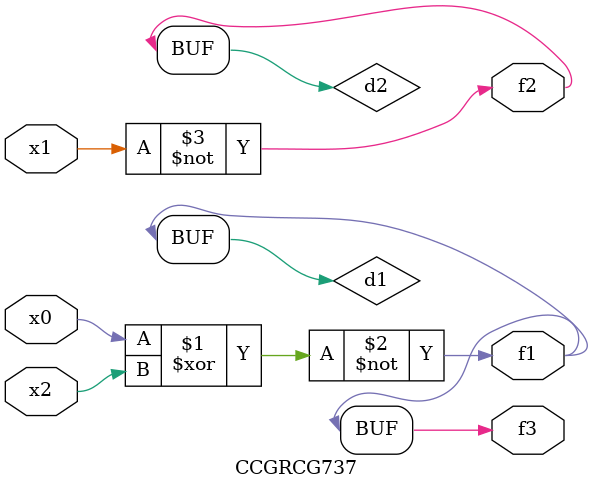
<source format=v>
module CCGRCG737(
	input x0, x1, x2,
	output f1, f2, f3
);

	wire d1, d2, d3;

	xnor (d1, x0, x2);
	nand (d2, x1);
	nor (d3, x1, x2);
	assign f1 = d1;
	assign f2 = d2;
	assign f3 = d1;
endmodule

</source>
